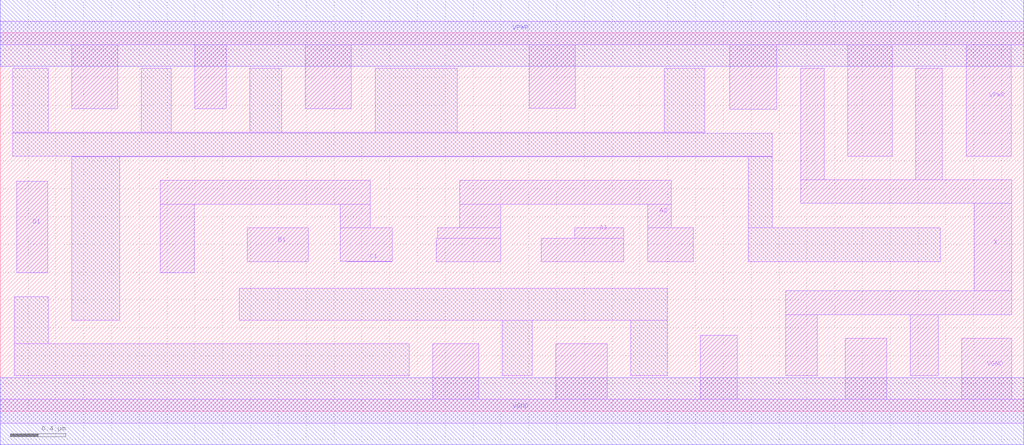
<source format=lef>
# Copyright 2020 The SkyWater PDK Authors
#
# Licensed under the Apache License, Version 2.0 (the "License");
# you may not use this file except in compliance with the License.
# You may obtain a copy of the License at
#
#     https://www.apache.org/licenses/LICENSE-2.0
#
# Unless required by applicable law or agreed to in writing, software
# distributed under the License is distributed on an "AS IS" BASIS,
# WITHOUT WARRANTIES OR CONDITIONS OF ANY KIND, either express or implied.
# See the License for the specific language governing permissions and
# limitations under the License.
#
# SPDX-License-Identifier: Apache-2.0

VERSION 5.5 ;
NAMESCASESENSITIVE ON ;
BUSBITCHARS "[]" ;
DIVIDERCHAR "/" ;
MACRO sky130_fd_sc_hd__o2111a_4
  CLASS CORE ;
  SOURCE USER ;
  ORIGIN  0.000000  0.000000 ;
  SIZE  7.360000 BY  2.720000 ;
  SYMMETRY X Y R90 ;
  SITE unithd ;
  PIN A1
    ANTENNAGATEAREA  0.495000 ;
    DIRECTION INPUT ;
    USE SIGNAL ;
    PORT
      LAYER li1 ;
        RECT 3.890000 1.075000 4.485000 1.245000 ;
        RECT 4.130000 1.245000 4.485000 1.320000 ;
    END
  END A1
  PIN A2
    ANTENNAGATEAREA  0.495000 ;
    DIRECTION INPUT ;
    USE SIGNAL ;
    PORT
      LAYER li1 ;
        RECT 3.135000 1.075000 3.600000 1.245000 ;
        RECT 3.145000 1.245000 3.600000 1.320000 ;
        RECT 3.305000 1.320000 3.600000 1.490000 ;
        RECT 3.305000 1.490000 4.825000 1.660000 ;
        RECT 4.655000 1.075000 4.985000 1.320000 ;
        RECT 4.655000 1.320000 4.825000 1.490000 ;
    END
  END A2
  PIN B1
    ANTENNAGATEAREA  0.495000 ;
    DIRECTION INPUT ;
    USE SIGNAL ;
    PORT
      LAYER li1 ;
        RECT 1.775000 1.075000 2.215000 1.320000 ;
    END
  END B1
  PIN C1
    ANTENNAGATEAREA  0.495000 ;
    DIRECTION INPUT ;
    USE SIGNAL ;
    PORT
      LAYER li1 ;
        RECT 1.150000 0.995000 1.395000 1.490000 ;
        RECT 1.150000 1.490000 2.660000 1.660000 ;
        RECT 2.445000 1.080000 2.820000 1.320000 ;
        RECT 2.445000 1.320000 2.660000 1.490000 ;
        RECT 2.490000 1.075000 2.820000 1.080000 ;
    END
  END C1
  PIN D1
    ANTENNAGATEAREA  0.495000 ;
    DIRECTION INPUT ;
    USE SIGNAL ;
    PORT
      LAYER li1 ;
        RECT 0.120000 0.995000 0.340000 1.655000 ;
    END
  END D1
  PIN X
    ANTENNADIFFAREA  0.962500 ;
    DIRECTION OUTPUT ;
    USE SIGNAL ;
    PORT
      LAYER li1 ;
        RECT 5.650000 0.255000 5.875000 0.695000 ;
        RECT 5.650000 0.695000 7.275000 0.865000 ;
        RECT 5.755000 1.495000 7.275000 1.665000 ;
        RECT 5.755000 1.665000 5.925000 2.465000 ;
        RECT 6.545000 0.255000 6.745000 0.695000 ;
        RECT 6.585000 1.665000 6.775000 2.465000 ;
        RECT 7.005000 0.865000 7.275000 1.495000 ;
    END
  END X
  PIN VGND
    DIRECTION INOUT ;
    SHAPE ABUTMENT ;
    USE GROUND ;
    PORT
      LAYER li1 ;
        RECT 0.000000 -0.085000 7.360000 0.085000 ;
        RECT 3.110000  0.085000 3.440000 0.485000 ;
        RECT 3.995000  0.085000 4.365000 0.485000 ;
        RECT 5.035000  0.085000 5.300000 0.545000 ;
        RECT 6.075000  0.085000 6.375000 0.525000 ;
        RECT 6.915000  0.085000 7.275000 0.525000 ;
    END
    PORT
      LAYER met1 ;
        RECT 0.000000 -0.240000 7.360000 0.240000 ;
    END
  END VGND
  PIN VNB
    DIRECTION INOUT ;
    USE GROUND ;
    PORT
    END
  END VNB
  PIN VPB
    DIRECTION INOUT ;
    USE POWER ;
    PORT
    END
  END VPB
  PIN VPWR
    DIRECTION INOUT ;
    SHAPE ABUTMENT ;
    USE POWER ;
    PORT
      LAYER li1 ;
        RECT 0.000000 2.635000 7.360000 2.805000 ;
        RECT 0.515000 2.175000 0.845000 2.635000 ;
        RECT 1.400000 2.175000 1.625000 2.635000 ;
        RECT 2.195000 2.175000 2.525000 2.635000 ;
        RECT 3.805000 2.180000 4.135000 2.635000 ;
        RECT 5.245000 2.170000 5.585000 2.635000 ;
        RECT 6.095000 1.835000 6.415000 2.635000 ;
        RECT 6.945000 1.835000 7.270000 2.635000 ;
    END
    PORT
      LAYER met1 ;
        RECT 0.000000 2.480000 7.360000 2.960000 ;
    END
  END VPWR
  OBS
    LAYER li1 ;
      RECT 0.090000 1.835000 5.550000 2.000000 ;
      RECT 0.090000 2.000000 5.065000 2.005000 ;
      RECT 0.090000 2.005000 0.345000 2.465000 ;
      RECT 0.100000 0.255000 2.940000 0.485000 ;
      RECT 0.100000 0.485000 0.345000 0.825000 ;
      RECT 0.515000 0.655000 0.860000 1.830000 ;
      RECT 0.515000 1.830000 5.550000 1.835000 ;
      RECT 1.015000 2.005000 1.230000 2.465000 ;
      RECT 1.720000 0.655000 4.795000 0.885000 ;
      RECT 1.795000 2.005000 2.025000 2.465000 ;
      RECT 2.695000 2.005000 3.285000 2.465000 ;
      RECT 3.610000 0.255000 3.825000 0.655000 ;
      RECT 4.535000 0.255000 4.795000 0.655000 ;
      RECT 4.775000 2.005000 5.065000 2.465000 ;
      RECT 5.380000 1.075000 6.760000 1.320000 ;
      RECT 5.380000 1.320000 5.550000 1.830000 ;
  END
END sky130_fd_sc_hd__o2111a_4
END LIBRARY

</source>
